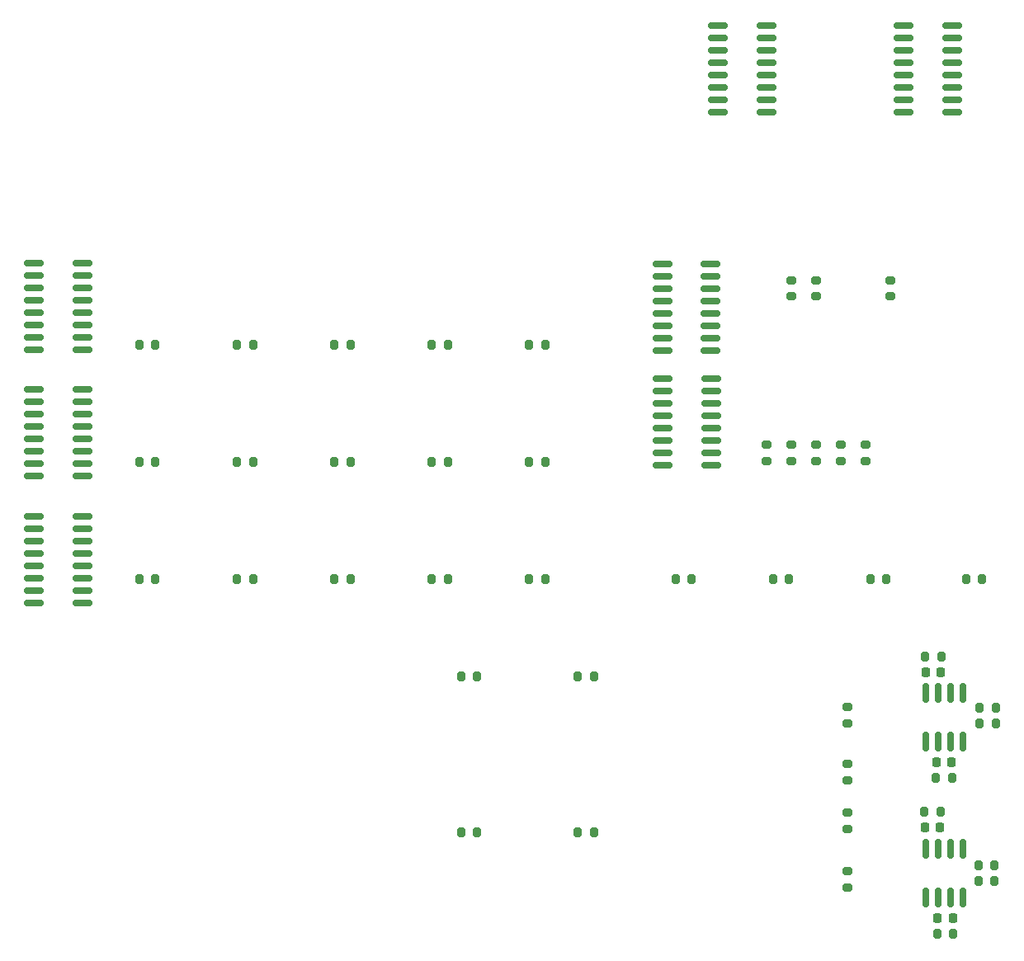
<source format=gbr>
%TF.GenerationSoftware,KiCad,Pcbnew,7.0.2*%
%TF.CreationDate,2024-07-09T14:04:18+01:00*%
%TF.ProjectId,dk2_03_top,646b325f-3033-45f7-946f-702e6b696361,rev?*%
%TF.SameCoordinates,Original*%
%TF.FileFunction,Paste,Bot*%
%TF.FilePolarity,Positive*%
%FSLAX46Y46*%
G04 Gerber Fmt 4.6, Leading zero omitted, Abs format (unit mm)*
G04 Created by KiCad (PCBNEW 7.0.2) date 2024-07-09 14:04:18*
%MOMM*%
%LPD*%
G01*
G04 APERTURE LIST*
G04 Aperture macros list*
%AMRoundRect*
0 Rectangle with rounded corners*
0 $1 Rounding radius*
0 $2 $3 $4 $5 $6 $7 $8 $9 X,Y pos of 4 corners*
0 Add a 4 corners polygon primitive as box body*
4,1,4,$2,$3,$4,$5,$6,$7,$8,$9,$2,$3,0*
0 Add four circle primitives for the rounded corners*
1,1,$1+$1,$2,$3*
1,1,$1+$1,$4,$5*
1,1,$1+$1,$6,$7*
1,1,$1+$1,$8,$9*
0 Add four rect primitives between the rounded corners*
20,1,$1+$1,$2,$3,$4,$5,0*
20,1,$1+$1,$4,$5,$6,$7,0*
20,1,$1+$1,$6,$7,$8,$9,0*
20,1,$1+$1,$8,$9,$2,$3,0*%
G04 Aperture macros list end*
%ADD10RoundRect,0.200000X0.200000X0.275000X-0.200000X0.275000X-0.200000X-0.275000X0.200000X-0.275000X0*%
%ADD11RoundRect,0.200000X-0.275000X0.200000X-0.275000X-0.200000X0.275000X-0.200000X0.275000X0.200000X0*%
%ADD12RoundRect,0.200000X0.275000X-0.200000X0.275000X0.200000X-0.275000X0.200000X-0.275000X-0.200000X0*%
%ADD13RoundRect,0.150000X0.825000X0.150000X-0.825000X0.150000X-0.825000X-0.150000X0.825000X-0.150000X0*%
%ADD14RoundRect,0.200000X-0.200000X-0.275000X0.200000X-0.275000X0.200000X0.275000X-0.200000X0.275000X0*%
%ADD15RoundRect,0.225000X0.225000X0.250000X-0.225000X0.250000X-0.225000X-0.250000X0.225000X-0.250000X0*%
%ADD16RoundRect,0.150000X-0.150000X0.825000X-0.150000X-0.825000X0.150000X-0.825000X0.150000X0.825000X0*%
G04 APERTURE END LIST*
D10*
%TO.C,R23*%
X91000000Y-109000000D03*
X89350000Y-109000000D03*
%TD*%
%TO.C,R27*%
X131000000Y-109000000D03*
X129350000Y-109000000D03*
%TD*%
%TO.C,R29*%
X177100000Y-138400000D03*
X175450000Y-138400000D03*
%TD*%
D11*
%TO.C,R1*%
X162000000Y-122175000D03*
X162000000Y-123825000D03*
%TD*%
D10*
%TO.C,R22*%
X131000000Y-97000000D03*
X129350000Y-97000000D03*
%TD*%
%TO.C,R17*%
X131000000Y-85000000D03*
X129350000Y-85000000D03*
%TD*%
%TO.C,R18*%
X91000000Y-97000000D03*
X89350000Y-97000000D03*
%TD*%
%TO.C,R41*%
X156000000Y-109000000D03*
X154350000Y-109000000D03*
%TD*%
D11*
%TO.C,R11*%
X156210000Y-95250000D03*
X156210000Y-96900000D03*
%TD*%
D10*
%TO.C,R35*%
X177200000Y-122200000D03*
X175550000Y-122200000D03*
%TD*%
D12*
%TO.C,R9*%
X166370000Y-80010000D03*
X166370000Y-78360000D03*
%TD*%
D11*
%TO.C,R5*%
X153670000Y-95250000D03*
X153670000Y-96900000D03*
%TD*%
D10*
%TO.C,R26*%
X121000000Y-109000000D03*
X119350000Y-109000000D03*
%TD*%
%TO.C,R42*%
X166000000Y-109000000D03*
X164350000Y-109000000D03*
%TD*%
D13*
%TO.C,U6*%
X153700000Y-52210000D03*
X153700000Y-53480000D03*
X153700000Y-54750000D03*
X153700000Y-56020000D03*
X153700000Y-57290000D03*
X153700000Y-58560000D03*
X153700000Y-59830000D03*
X153700000Y-61100000D03*
X148750000Y-61100000D03*
X148750000Y-59830000D03*
X148750000Y-58560000D03*
X148750000Y-57290000D03*
X148750000Y-56020000D03*
X148750000Y-54750000D03*
X148750000Y-53480000D03*
X148750000Y-52210000D03*
%TD*%
D10*
%TO.C,R14*%
X101000000Y-85000000D03*
X99350000Y-85000000D03*
%TD*%
D12*
%TO.C,R8*%
X156210000Y-80010000D03*
X156210000Y-78360000D03*
%TD*%
D13*
%TO.C,U1*%
X147950000Y-76650000D03*
X147950000Y-77920000D03*
X147950000Y-79190000D03*
X147950000Y-80460000D03*
X147950000Y-81730000D03*
X147950000Y-83000000D03*
X147950000Y-84270000D03*
X147950000Y-85540000D03*
X143000000Y-85540000D03*
X143000000Y-84270000D03*
X143000000Y-83000000D03*
X143000000Y-81730000D03*
X143000000Y-80460000D03*
X143000000Y-79190000D03*
X143000000Y-77920000D03*
X143000000Y-76650000D03*
%TD*%
D14*
%TO.C,R30*%
X122350000Y-119000000D03*
X124000000Y-119000000D03*
%TD*%
D10*
%TO.C,R15*%
X111000000Y-85000000D03*
X109350000Y-85000000D03*
%TD*%
D14*
%TO.C,R36*%
X122350000Y-135000000D03*
X124000000Y-135000000D03*
%TD*%
D10*
%TO.C,R21*%
X121000000Y-97000000D03*
X119350000Y-97000000D03*
%TD*%
%TO.C,R20*%
X111000000Y-97000000D03*
X109350000Y-97000000D03*
%TD*%
D11*
%TO.C,R10*%
X161290000Y-95250000D03*
X161290000Y-96900000D03*
%TD*%
D10*
%TO.C,R13*%
X91000000Y-85000000D03*
X89350000Y-85000000D03*
%TD*%
D11*
%TO.C,R4*%
X162000000Y-139000000D03*
X162000000Y-140650000D03*
%TD*%
%TO.C,R7*%
X158750000Y-95250000D03*
X158750000Y-96900000D03*
%TD*%
D15*
%TO.C,C4*%
X172700000Y-127800000D03*
X171150000Y-127800000D03*
%TD*%
D10*
%TO.C,R16*%
X121000000Y-85000000D03*
X119350000Y-85000000D03*
%TD*%
D11*
%TO.C,R6*%
X163830000Y-95250000D03*
X163830000Y-96900000D03*
%TD*%
D13*
%TO.C,U2*%
X148000000Y-88460000D03*
X148000000Y-89730000D03*
X148000000Y-91000000D03*
X148000000Y-92270000D03*
X148000000Y-93540000D03*
X148000000Y-94810000D03*
X148000000Y-96080000D03*
X148000000Y-97350000D03*
X143050000Y-97350000D03*
X143050000Y-96080000D03*
X143050000Y-94810000D03*
X143050000Y-93540000D03*
X143050000Y-92270000D03*
X143050000Y-91000000D03*
X143050000Y-89730000D03*
X143050000Y-88460000D03*
%TD*%
%TO.C,U9*%
X172750000Y-52230000D03*
X172750000Y-53500000D03*
X172750000Y-54770000D03*
X172750000Y-56040000D03*
X172750000Y-57310000D03*
X172750000Y-58580000D03*
X172750000Y-59850000D03*
X172750000Y-61120000D03*
X167800000Y-61120000D03*
X167800000Y-59850000D03*
X167800000Y-58580000D03*
X167800000Y-57310000D03*
X167800000Y-56040000D03*
X167800000Y-54770000D03*
X167800000Y-53500000D03*
X167800000Y-52230000D03*
%TD*%
D15*
%TO.C,C2*%
X172800000Y-143800000D03*
X171250000Y-143800000D03*
%TD*%
D11*
%TO.C,R2*%
X162000000Y-128000000D03*
X162000000Y-129650000D03*
%TD*%
D12*
%TO.C,R12*%
X158750000Y-80010000D03*
X158750000Y-78360000D03*
%TD*%
D13*
%TO.C,U5*%
X83475000Y-89555000D03*
X83475000Y-90825000D03*
X83475000Y-92095000D03*
X83475000Y-93365000D03*
X83475000Y-94635000D03*
X83475000Y-95905000D03*
X83475000Y-97175000D03*
X83475000Y-98445000D03*
X78525000Y-98445000D03*
X78525000Y-97175000D03*
X78525000Y-95905000D03*
X78525000Y-94635000D03*
X78525000Y-93365000D03*
X78525000Y-92095000D03*
X78525000Y-90825000D03*
X78525000Y-89555000D03*
%TD*%
D15*
%TO.C,C1*%
X171500000Y-134500000D03*
X169950000Y-134500000D03*
%TD*%
D10*
%TO.C,R28*%
X146000000Y-109000000D03*
X144350000Y-109000000D03*
%TD*%
%TO.C,R34*%
X172850000Y-145400000D03*
X171200000Y-145400000D03*
%TD*%
%TO.C,R33*%
X171550000Y-132900000D03*
X169900000Y-132900000D03*
%TD*%
D13*
%TO.C,U10*%
X83475000Y-102555000D03*
X83475000Y-103825000D03*
X83475000Y-105095000D03*
X83475000Y-106365000D03*
X83475000Y-107635000D03*
X83475000Y-108905000D03*
X83475000Y-110175000D03*
X83475000Y-111445000D03*
X78525000Y-111445000D03*
X78525000Y-110175000D03*
X78525000Y-108905000D03*
X78525000Y-107635000D03*
X78525000Y-106365000D03*
X78525000Y-105095000D03*
X78525000Y-103825000D03*
X78525000Y-102555000D03*
%TD*%
D16*
%TO.C,U7*%
X170045000Y-136725000D03*
X171315000Y-136725000D03*
X172585000Y-136725000D03*
X173855000Y-136725000D03*
X173855000Y-141675000D03*
X172585000Y-141675000D03*
X171315000Y-141675000D03*
X170045000Y-141675000D03*
%TD*%
D15*
%TO.C,C3*%
X171600000Y-118600000D03*
X170050000Y-118600000D03*
%TD*%
D10*
%TO.C,R25*%
X111000000Y-109000000D03*
X109350000Y-109000000D03*
%TD*%
D16*
%TO.C,U8*%
X170080000Y-120725000D03*
X171350000Y-120725000D03*
X172620000Y-120725000D03*
X173890000Y-120725000D03*
X173890000Y-125675000D03*
X172620000Y-125675000D03*
X171350000Y-125675000D03*
X170080000Y-125675000D03*
%TD*%
D10*
%TO.C,R31*%
X177100000Y-140000000D03*
X175450000Y-140000000D03*
%TD*%
%TO.C,R39*%
X171650000Y-117000000D03*
X170000000Y-117000000D03*
%TD*%
D14*
%TO.C,R32*%
X134350000Y-119000000D03*
X136000000Y-119000000D03*
%TD*%
D10*
%TO.C,R43*%
X175825000Y-109000000D03*
X174175000Y-109000000D03*
%TD*%
D11*
%TO.C,R3*%
X162000000Y-133000000D03*
X162000000Y-134650000D03*
%TD*%
D10*
%TO.C,R37*%
X177200000Y-123800000D03*
X175550000Y-123800000D03*
%TD*%
D14*
%TO.C,R38*%
X134350000Y-135000000D03*
X136000000Y-135000000D03*
%TD*%
D10*
%TO.C,R40*%
X172750000Y-129400000D03*
X171100000Y-129400000D03*
%TD*%
%TO.C,R19*%
X101000000Y-97000000D03*
X99350000Y-97000000D03*
%TD*%
%TO.C,R24*%
X101000000Y-109000000D03*
X99350000Y-109000000D03*
%TD*%
D13*
%TO.C,U4*%
X83475000Y-76555000D03*
X83475000Y-77825000D03*
X83475000Y-79095000D03*
X83475000Y-80365000D03*
X83475000Y-81635000D03*
X83475000Y-82905000D03*
X83475000Y-84175000D03*
X83475000Y-85445000D03*
X78525000Y-85445000D03*
X78525000Y-84175000D03*
X78525000Y-82905000D03*
X78525000Y-81635000D03*
X78525000Y-80365000D03*
X78525000Y-79095000D03*
X78525000Y-77825000D03*
X78525000Y-76555000D03*
%TD*%
M02*

</source>
